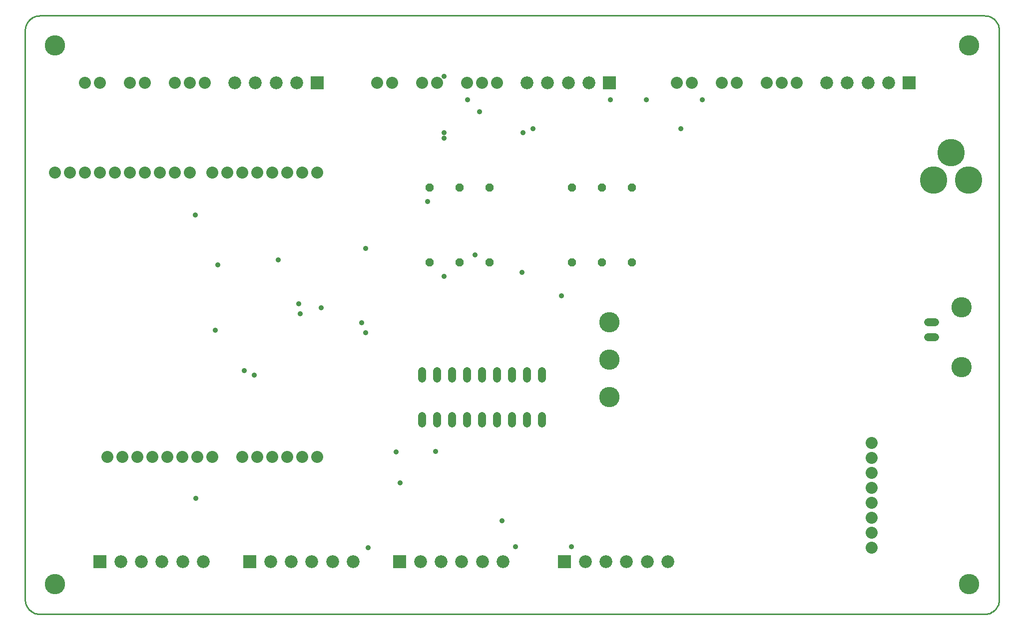
<source format=gbs>
G04 EAGLE Gerber RS-274X export*
G75*
%MOIN*%
%FSLAX24Y24*%
%LPD*%
%INBottom Soldermask*%
%IPPOS*%
%AMOC8*
5,1,8,0,0,1.08239X$1,22.5*%
G01*
%ADD10C,0.080000*%
%ADD11R,0.086000X0.086000*%
%ADD12C,0.086000*%
%ADD13C,0.183000*%
%ADD14P,0.058449X8X112.500000*%
%ADD15P,0.058449X8X292.500000*%
%ADD16C,0.136000*%
%ADD17C,0.053496*%
%ADD18C,0.135921*%
%ADD19C,0.054000*%
%ADD20C,0.035780*%
%ADD21C,0.010000*%


D10*
X7500Y10500D03*
X8500Y10500D03*
X9500Y10500D03*
X10500Y10500D03*
X11500Y10500D03*
X12500Y10500D03*
X14500Y10500D03*
X15500Y10500D03*
X16500Y10500D03*
X17500Y10500D03*
X18500Y10500D03*
X19500Y10500D03*
X19500Y29500D03*
X18500Y29500D03*
X17500Y29500D03*
X16500Y29500D03*
X15500Y29500D03*
X14500Y29500D03*
X13500Y29500D03*
X12500Y29500D03*
X11000Y29500D03*
X10000Y29500D03*
X9000Y29500D03*
X8000Y29500D03*
X7000Y29500D03*
X6000Y29500D03*
X5000Y29500D03*
X4000Y29500D03*
X3000Y29500D03*
X2000Y29500D03*
X6500Y10500D03*
X5500Y10500D03*
D11*
X59000Y35500D03*
D12*
X57622Y35500D03*
X56244Y35500D03*
X54866Y35500D03*
X53488Y35500D03*
D10*
X44500Y35500D03*
X43500Y35500D03*
D11*
X19500Y35500D03*
D12*
X18122Y35500D03*
X16744Y35500D03*
X15366Y35500D03*
X13988Y35500D03*
D10*
X12000Y35500D03*
X11000Y35500D03*
X10000Y35500D03*
X56500Y11450D03*
X56500Y10450D03*
X56500Y9450D03*
X56500Y8450D03*
X56500Y7450D03*
X56500Y6450D03*
X56500Y5450D03*
X56500Y4450D03*
D13*
X60606Y29000D03*
X62969Y29000D03*
X61787Y30850D03*
D10*
X8000Y35500D03*
X7000Y35500D03*
D11*
X5000Y3500D03*
D12*
X6378Y3500D03*
X7756Y3500D03*
X9134Y3500D03*
X10512Y3500D03*
X11890Y3500D03*
D10*
X5000Y35500D03*
X4000Y35500D03*
D11*
X36000Y3500D03*
D12*
X37378Y3500D03*
X38756Y3500D03*
X40134Y3500D03*
X41512Y3500D03*
X42890Y3500D03*
D11*
X39000Y35500D03*
D12*
X37622Y35500D03*
X36244Y35500D03*
X34866Y35500D03*
X33488Y35500D03*
D10*
X31500Y35500D03*
X30500Y35500D03*
X29500Y35500D03*
X51500Y35500D03*
X50500Y35500D03*
X49500Y35500D03*
X27500Y35500D03*
X26500Y35500D03*
X24500Y35500D03*
X23500Y35500D03*
X47500Y35500D03*
X46500Y35500D03*
D11*
X15000Y3500D03*
D12*
X16378Y3500D03*
X17756Y3500D03*
X19134Y3500D03*
X20512Y3500D03*
X21890Y3500D03*
D11*
X25000Y3500D03*
D12*
X26378Y3500D03*
X27756Y3500D03*
X29134Y3500D03*
X30512Y3500D03*
X31890Y3500D03*
D14*
X40500Y23500D03*
X40500Y28500D03*
X38500Y23500D03*
X38500Y28500D03*
D15*
X27000Y28500D03*
X27000Y23500D03*
X29000Y28500D03*
X29000Y23500D03*
D14*
X36500Y23500D03*
X36500Y28500D03*
D15*
X31000Y28500D03*
X31000Y23500D03*
D16*
X39000Y14500D03*
X39000Y17000D03*
X39000Y19500D03*
X2000Y38000D03*
X63000Y2000D03*
X63000Y38000D03*
X2000Y2000D03*
D17*
X60263Y19500D02*
X60737Y19500D01*
X60737Y18500D02*
X60263Y18500D01*
D18*
X62500Y20500D03*
X62500Y16500D03*
D19*
X26500Y13240D02*
X26500Y12760D01*
X27500Y12760D02*
X27500Y13240D01*
X28500Y13240D02*
X28500Y12760D01*
X29500Y12760D02*
X29500Y13240D01*
X30500Y13240D02*
X30500Y12760D01*
X31500Y12760D02*
X31500Y13240D01*
X32500Y13240D02*
X32500Y12760D01*
X33500Y12760D02*
X33500Y13240D01*
X34500Y13240D02*
X34500Y12760D01*
X34500Y15760D02*
X34500Y16240D01*
X33500Y16240D02*
X33500Y15760D01*
X32500Y15760D02*
X32500Y16240D01*
X31500Y16240D02*
X31500Y15760D01*
X30500Y15760D02*
X30500Y16240D01*
X29500Y16240D02*
X29500Y15760D01*
X28500Y15760D02*
X28500Y16240D01*
X27500Y16240D02*
X27500Y15760D01*
X26500Y15760D02*
X26500Y16240D01*
D20*
X14625Y16290D03*
X43740Y32445D03*
X33885Y32445D03*
X27945Y31815D03*
X16875Y23670D03*
X27945Y22590D03*
X19755Y20475D03*
X15300Y15975D03*
X11385Y7740D03*
X22725Y24435D03*
X22725Y18810D03*
X24750Y10845D03*
X35775Y21285D03*
X27405Y10890D03*
X18270Y20745D03*
X18360Y20070D03*
X25020Y8775D03*
X12870Y23355D03*
X12690Y18990D03*
X22455Y19485D03*
X31815Y6255D03*
X11340Y26685D03*
X32715Y4500D03*
X36450Y4500D03*
X22905Y4455D03*
X33165Y22860D03*
X45180Y34380D03*
X30015Y24030D03*
X41445Y34380D03*
X39060Y34380D03*
X33210Y32175D03*
X27945Y32175D03*
X26865Y27585D03*
X30330Y33570D03*
X29520Y34380D03*
X27945Y35955D03*
D21*
X0Y1000D02*
X4Y913D01*
X15Y826D01*
X34Y741D01*
X60Y658D01*
X94Y577D01*
X134Y500D01*
X181Y426D01*
X234Y357D01*
X293Y293D01*
X357Y234D01*
X426Y181D01*
X500Y134D01*
X577Y94D01*
X658Y60D01*
X741Y34D01*
X826Y15D01*
X913Y4D01*
X1000Y0D01*
X64000Y0D01*
X64087Y4D01*
X64174Y15D01*
X64259Y34D01*
X64342Y60D01*
X64423Y94D01*
X64500Y134D01*
X64574Y181D01*
X64643Y234D01*
X64707Y293D01*
X64766Y357D01*
X64819Y426D01*
X64866Y500D01*
X64906Y577D01*
X64940Y658D01*
X64966Y741D01*
X64985Y826D01*
X64996Y913D01*
X65000Y1000D01*
X65000Y39000D01*
X64996Y39087D01*
X64985Y39174D01*
X64966Y39259D01*
X64940Y39342D01*
X64906Y39423D01*
X64866Y39500D01*
X64819Y39574D01*
X64766Y39643D01*
X64707Y39707D01*
X64643Y39766D01*
X64574Y39819D01*
X64500Y39866D01*
X64423Y39906D01*
X64342Y39940D01*
X64259Y39966D01*
X64174Y39985D01*
X64087Y39996D01*
X64000Y40000D01*
X1000Y40000D01*
X913Y39996D01*
X826Y39985D01*
X741Y39966D01*
X658Y39940D01*
X577Y39906D01*
X500Y39866D01*
X426Y39819D01*
X357Y39766D01*
X293Y39707D01*
X234Y39643D01*
X181Y39574D01*
X134Y39500D01*
X94Y39423D01*
X60Y39342D01*
X34Y39259D01*
X15Y39174D01*
X4Y39087D01*
X0Y39000D01*
X0Y1000D01*
M02*

</source>
